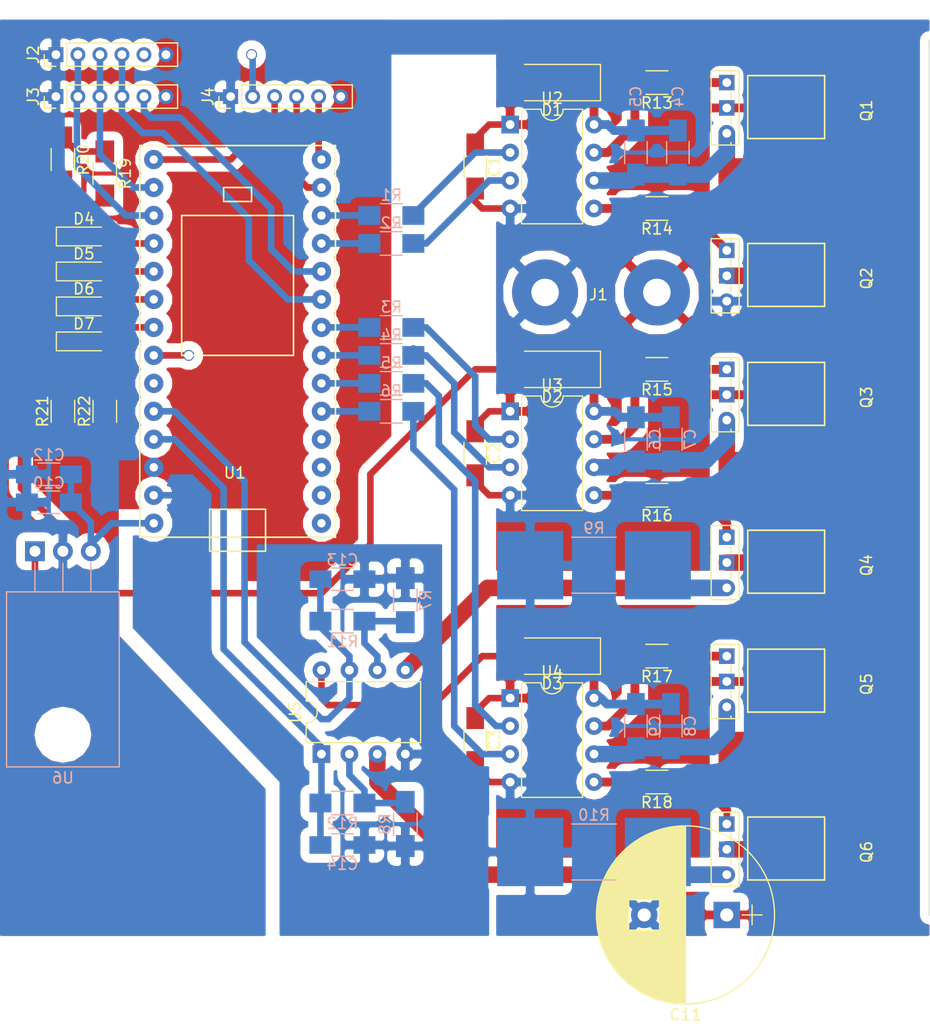
<source format=kicad_pcb>
(kicad_pcb (version 4) (host pcbnew 4.0.6-e0-6349~53~ubuntu16.04.1)
  (layers (0 F.Cu signal) (31 B.Cu signal) (34 B.Paste user) (35 F.Paste user) (36 B.SilkS user) (37 F.SilkS user) (38 B.Mask user) (39 F.Mask user) (44 Edge.Cuts user))
  (net 0 "")
  (net 1 VCC)
  (net 2 GND)
  (net 3 "Net-(C4-Pad1)")
  (net 4 "Net-(C4-Pad2)")
  (net 5 "Net-(C6-Pad1)")
  (net 6 "Net-(C6-Pad2)")
  (net 7 "Net-(C8-Pad1)")
  (net 8 "Net-(C8-Pad2)")
  (net 9 "Net-(C10-Pad1)")
  (net 10 "Net-(C13-Pad2)")
  (net 11 "Net-(C14-Pad1)")
  (net 12 "Net-(D4-Pad2)")
  (net 13 "Net-(D4-Pad1)")
  (net 14 "Net-(D5-Pad2)")
  (net 15 "Net-(D5-Pad1)")
  (net 16 "Net-(D6-Pad2)")
  (net 17 "Net-(D6-Pad1)")
  (net 18 "Net-(D7-Pad2)")
  (net 19 "Net-(D7-Pad1)")
  (net 20 CS2)
  (net 21 SCK2)
  (net 22 MOSI2)
  (net 23 "Net-(J2-Pad5)")
  (net 24 3v3)
  (net 25 MISO2)
  (net 26 CS1)
  (net 27 SCK1)
  (net 28 MOSI1)
  (net 29 MISO1)
  (net 30 "Net-(Q1-Pad1)")
  (net 31 "Net-(Q2-Pad1)")
  (net 32 "Net-(Q3-Pad1)")
  (net 33 "Net-(Q4-Pad1)")
  (net 34 "Net-(Q4-Pad3)")
  (net 35 "Net-(Q5-Pad1)")
  (net 36 "Net-(Q6-Pad1)")
  (net 37 "Net-(Q6-Pad3)")
  (net 38 "Net-(R1-Pad1)")
  (net 39 "Net-(R1-Pad2)")
  (net 40 "Net-(R2-Pad1)")
  (net 41 "Net-(R2-Pad2)")
  (net 42 "Net-(R3-Pad1)")
  (net 43 "Net-(R3-Pad2)")
  (net 44 "Net-(R4-Pad1)")
  (net 45 "Net-(R4-Pad2)")
  (net 46 "Net-(R5-Pad1)")
  (net 47 "Net-(R5-Pad2)")
  (net 48 "Net-(R6-Pad1)")
  (net 49 "Net-(R6-Pad2)")
  (net 50 "Net-(R11-Pad2)")
  (net 51 "Net-(R12-Pad2)")
  (net 52 "Net-(R13-Pad2)")
  (net 53 "Net-(R14-Pad2)")
  (net 54 "Net-(R15-Pad2)")
  (net 55 "Net-(R16-Pad2)")
  (net 56 "Net-(R17-Pad2)")
  (net 57 "Net-(R18-Pad2)")
  (net 58 "Net-(U1-Pad0)")
  (net 59 "Net-(U1-Pad1)")
  (net 60 "Net-(U1-Pad2)")
  (net 61 "Net-(U1-Pad21)")
  (module TO-251_IPAK_Vertical (layer F.Cu) (at 148.59 88.265 270)
    (fp_text reference Q2 (at 2.54 -12.7 270) (layer F.SilkS))
    (fp_text value Q_NMOS_GDS)
    (pad 1 thru_hole rect (at 0 0 270) (size 1.4 1.4) (drill 0.8) (layers *.Cu *.Mask) (net 31 "Net-(Q2-Pad1)"))
    (pad 2 thru_hole rect (at 2.3 0 270) (size 1.4 1.4) (drill 0.8) (layers *.Cu *.Mask) (net 3 "Net-(C4-Pad1)"))
    (pad 3 thru_hole oval (at 4.6 0 270) (size 1.4 1.4) (drill 0.8) (layers *.Cu *.Mask) (net 2 GND))
    (pad 2 smd rect (at 2.3 -6.5 270) (size 6.75 9.5) (layers F.Cu F.Paste F.Mask) (net 3 "Net-(C4-Pad1)"))
  )
  (module Capacitors_SMD:C_1206_HandSoldering (layer F.Cu) (at 125.73 80.645 270)
    (fp_text reference C1 (at 0 -1.75 270) (layer F.SilkS))
    (fp_text value 1uF)
    (pad 1 smd rect (at -2 0 270) (size 2 1.6) (layers F.Cu F.Paste F.Mask) (net 1 VCC))
    (pad 2 smd rect (at 2 0 270) (size 2 1.6) (layers F.Cu F.Paste F.Mask) (net 2 GND))
  )
  (module Capacitors_SMD:C_1206_HandSoldering (layer F.Cu) (at 125.73 106.68 270)
    (fp_text reference C2 (at 0 -1.75 270) (layer F.SilkS))
    (fp_text value 1uF)
    (pad 1 smd rect (at -2 0 270) (size 2 1.6) (layers F.Cu F.Paste F.Mask) (net 1 VCC))
    (pad 2 smd rect (at 2 0 270) (size 2 1.6) (layers F.Cu F.Paste F.Mask) (net 2 GND))
  )
  (module Capacitors_SMD:C_1206_HandSoldering (layer F.Cu) (at 125.73 132.715 270)
    (fp_text reference C3 (at 0 -1.75 270) (layer F.SilkS))
    (fp_text value 1uF)
    (pad 1 smd rect (at -2 0 270) (size 2 1.6) (layers F.Cu F.Paste F.Mask) (net 1 VCC))
    (pad 2 smd rect (at 2 0 270) (size 2 1.6) (layers F.Cu F.Paste F.Mask) (net 2 GND))
  )
  (module Capacitors_SMD:C_1206_HandSoldering (layer B.Cu) (at 144.145 79.375 90)
    (fp_text reference C4 (at 5.08 0 90) (layer B.SilkS) (effects (justify mirror)))
    (fp_text value 10uF)
    (pad 1 smd rect (at -2 0 90) (size 2 1.6) (layers B.Cu B.Paste B.Mask) (net 3 "Net-(C4-Pad1)"))
    (pad 2 smd rect (at 2 0 90) (size 2 1.6) (layers B.Cu B.Paste B.Mask) (net 4 "Net-(C4-Pad2)"))
  )
  (module Capacitors_SMD:C_1206_HandSoldering (layer B.Cu) (at 140.335 79.375 90)
    (fp_text reference C5 (at 5.08 0 90) (layer B.SilkS) (effects (justify mirror)))
    (fp_text value 0.1uF)
    (pad 1 smd rect (at -2 0 90) (size 2 1.6) (layers B.Cu B.Paste B.Mask) (net 3 "Net-(C4-Pad1)"))
    (pad 2 smd rect (at 2 0 90) (size 2 1.6) (layers B.Cu B.Paste B.Mask) (net 4 "Net-(C4-Pad2)"))
  )
  (module Capacitors_SMD:C_1206_HandSoldering (layer B.Cu) (at 140.335 105.41 90)
    (fp_text reference C6 (at 0 1.75 90) (layer B.SilkS) (effects (justify mirror)))
    (fp_text value 10uF)
    (pad 1 smd rect (at -2 0 90) (size 2 1.6) (layers B.Cu B.Paste B.Mask) (net 5 "Net-(C6-Pad1)"))
    (pad 2 smd rect (at 2 0 90) (size 2 1.6) (layers B.Cu B.Paste B.Mask) (net 6 "Net-(C6-Pad2)"))
  )
  (module Capacitors_SMD:C_1206_HandSoldering (layer B.Cu) (at 143.51 105.41 90)
    (fp_text reference C7 (at 0 1.75 90) (layer B.SilkS) (effects (justify mirror)))
    (fp_text value 0.1uF)
    (pad 1 smd rect (at -2 0 90) (size 2 1.6) (layers B.Cu B.Paste B.Mask) (net 5 "Net-(C6-Pad1)"))
    (pad 2 smd rect (at 2 0 90) (size 2 1.6) (layers B.Cu B.Paste B.Mask) (net 6 "Net-(C6-Pad2)"))
  )
  (module Capacitors_SMD:C_1206_HandSoldering (layer B.Cu) (at 143.51 131.445 90)
    (fp_text reference C8 (at 0 1.75 90) (layer B.SilkS) (effects (justify mirror)))
    (fp_text value 10uF)
    (pad 1 smd rect (at -2 0 90) (size 2 1.6) (layers B.Cu B.Paste B.Mask) (net 7 "Net-(C8-Pad1)"))
    (pad 2 smd rect (at 2 0 90) (size 2 1.6) (layers B.Cu B.Paste B.Mask) (net 8 "Net-(C8-Pad2)"))
  )
  (module Capacitors_SMD:C_1206_HandSoldering (layer B.Cu) (at 140.335 131.445 90)
    (fp_text reference C9 (at 0 1.75 90) (layer B.SilkS) (effects (justify mirror)))
    (fp_text value 0.1uF)
    (pad 1 smd rect (at -2 0 90) (size 2 1.6) (layers B.Cu B.Paste B.Mask) (net 7 "Net-(C8-Pad1)"))
    (pad 2 smd rect (at 2 0 90) (size 2 1.6) (layers B.Cu B.Paste B.Mask) (net 8 "Net-(C8-Pad2)"))
  )
  (module Capacitors_SMD:C_1206_HandSoldering (layer B.Cu) (at 86.995 111.125 180)
    (fp_text reference C10 (at 0 1.75 180) (layer B.SilkS) (effects (justify mirror)))
    (fp_text value 1uF)
    (pad 1 smd rect (at -2 0 180) (size 2 1.6) (layers B.Cu B.Paste B.Mask) (net 9 "Net-(C10-Pad1)"))
    (pad 2 smd rect (at 2 0 180) (size 2 1.6) (layers B.Cu B.Paste B.Mask) (net 2 GND))
  )
  (module Capacitors_THT:CP_Radial_D16.0mm_P7.50mm (layer F.Cu) (at 148.59 148.59 180)
    (fp_text reference C11 (at 3.75 -9.06 180) (layer F.SilkS))
    (fp_text value 2000uF)
    (pad 1 thru_hole rect (at 0 0 180) (size 2.4 2.4) (drill 1.2) (layers *.Cu *.Mask) (net 1 VCC))
    (pad 2 thru_hole circle (at 7.5 0 180) (size 2.4 2.4) (drill 1.2) (layers *.Cu *.Mask) (net 2 GND))
  )
  (module Capacitors_SMD:C_1206_HandSoldering (layer B.Cu) (at 86.995 108.585 180)
    (fp_text reference C12 (at 0 1.75 180) (layer B.SilkS) (effects (justify mirror)))
    (fp_text value 1uF)
    (pad 1 smd rect (at -2 0 180) (size 2 1.6) (layers B.Cu B.Paste B.Mask) (net 9 "Net-(C10-Pad1)"))
    (pad 2 smd rect (at 2 0 180) (size 2 1.6) (layers B.Cu B.Paste B.Mask) (net 2 GND))
  )
  (module Capacitors_SMD:C_1206_HandSoldering (layer B.Cu) (at 113.665 118.11 180)
    (fp_text reference C13 (at 0 1.75 180) (layer B.SilkS) (effects (justify mirror)))
    (fp_text value 0.1uF)
    (pad 1 smd rect (at -2 0 180) (size 2 1.6) (layers B.Cu B.Paste B.Mask) (net 2 GND))
    (pad 2 smd rect (at 2 0 180) (size 2 1.6) (layers B.Cu B.Paste B.Mask) (net 10 "Net-(C13-Pad2)"))
  )
  (module Capacitors_SMD:C_1206_HandSoldering (layer B.Cu) (at 113.665 142.24)
    (fp_text reference C14 (at 0 1.75) (layer B.SilkS) (effects (justify mirror)))
    (fp_text value 0.1uF)
    (pad 1 smd rect (at -2 0) (size 2 1.6) (layers B.Cu B.Paste B.Mask) (net 11 "Net-(C14-Pad1)"))
    (pad 2 smd rect (at 2 0) (size 2 1.6) (layers B.Cu B.Paste B.Mask) (net 2 GND))
  )
  (module Diodes_SMD:D_SMA_Handsoldering (layer F.Cu) (at 132.715 73.025 180)
    (fp_text reference D1 (at 0 -2.5 180) (layer F.SilkS))
    (fp_text value 1N4001)
    (pad 1 smd rect (at -2.5 0 180) (size 3.5 1.8) (layers F.Cu F.Paste F.Mask) (net 4 "Net-(C4-Pad2)"))
    (pad 2 smd rect (at 2.5 0 180) (size 3.5 1.8) (layers F.Cu F.Paste F.Mask) (net 1 VCC))
  )
  (module Diodes_SMD:D_SMA_Handsoldering (layer F.Cu) (at 132.715 99.06 180)
    (fp_text reference D2 (at 0 -2.5 180) (layer F.SilkS))
    (fp_text value 1N4001)
    (pad 1 smd rect (at -2.5 0 180) (size 3.5 1.8) (layers F.Cu F.Paste F.Mask) (net 6 "Net-(C6-Pad2)"))
    (pad 2 smd rect (at 2.5 0 180) (size 3.5 1.8) (layers F.Cu F.Paste F.Mask) (net 1 VCC))
  )
  (module Diodes_SMD:D_SMA_Handsoldering (layer F.Cu) (at 132.715 125.095 180)
    (fp_text reference D3 (at 0 -2.5 180) (layer F.SilkS))
    (fp_text value 1N4001)
    (pad 1 smd rect (at -2.5 0 180) (size 3.5 1.8) (layers F.Cu F.Paste F.Mask) (net 8 "Net-(C8-Pad2)"))
    (pad 2 smd rect (at 2.5 0 180) (size 3.5 1.8) (layers F.Cu F.Paste F.Mask) (net 1 VCC))
  )
  (module LEDs:LED_1206 (layer F.Cu) (at 90.17 86.995)
    (fp_text reference D4 (at 0 -1.6) (layer F.SilkS))
    (fp_text value LED)
    (pad 2 smd rect (at 1.65 0 180) (size 1.5 1.5) (layers F.Cu F.Paste F.Mask) (net 12 "Net-(D4-Pad2)"))
    (pad 1 smd rect (at -1.65 0 180) (size 1.5 1.5) (layers F.Cu F.Paste F.Mask) (net 13 "Net-(D4-Pad1)"))
  )
  (module LEDs:LED_1206 (layer F.Cu) (at 90.17 90.17)
    (fp_text reference D5 (at 0 -1.6) (layer F.SilkS))
    (fp_text value LED)
    (pad 2 smd rect (at 1.65 0 180) (size 1.5 1.5) (layers F.Cu F.Paste F.Mask) (net 14 "Net-(D5-Pad2)"))
    (pad 1 smd rect (at -1.65 0 180) (size 1.5 1.5) (layers F.Cu F.Paste F.Mask) (net 15 "Net-(D5-Pad1)"))
  )
  (module LEDs:LED_1206 (layer F.Cu) (at 90.17 93.345)
    (fp_text reference D6 (at 0 -1.6) (layer F.SilkS))
    (fp_text value LED)
    (pad 2 smd rect (at 1.65 0 180) (size 1.5 1.5) (layers F.Cu F.Paste F.Mask) (net 16 "Net-(D6-Pad2)"))
    (pad 1 smd rect (at -1.65 0 180) (size 1.5 1.5) (layers F.Cu F.Paste F.Mask) (net 17 "Net-(D6-Pad1)"))
  )
  (module LEDs:LED_1206 (layer F.Cu) (at 90.17 96.52)
    (fp_text reference D7 (at 0 -1.6) (layer F.SilkS))
    (fp_text value LED)
    (pad 2 smd rect (at 1.65 0 180) (size 1.5 1.5) (layers F.Cu F.Paste F.Mask) (net 18 "Net-(D7-Pad2)"))
    (pad 1 smd rect (at -1.65 0 180) (size 1.5 1.5) (layers F.Cu F.Paste F.Mask) (net 19 "Net-(D7-Pad1)"))
  )
  (module Wire_Connections_Bridges:WireConnection_2.50mmDrill_LargePad (layer F.Cu) (at 132.08 92.075)
    (fp_text reference J1 (at 4.8514 0.2032) (layer F.SilkS))
    (fp_text value CONN_01X02)
    (pad 1 thru_hole circle (at 0 0) (size 5.99948 5.99948) (drill 2.49936) (layers *.Cu *.Mask) (net 2 GND))
    (pad 2 thru_hole circle (at 10.16 0) (size 5.99948 5.99948) (drill 2.49936) (layers *.Cu *.Mask) (net 1 VCC))
  )
  (module Pin_Headers:Pin_Header_Straight_1x06_Pitch2.00mm (layer F.Cu) (at 87.63 70.485 90)
    (fp_text reference J2 (at 0 -2.06 90) (layer F.SilkS))
    (fp_text value CONN_01X06)
    (pad 1 thru_hole rect (at 0 0 90) (size 1.35 1.35) (drill 0.8) (layers *.Cu *.Mask) (net 2 GND))
    (pad 2 thru_hole oval (at 0 2 90) (size 1.35 1.35) (drill 0.8) (layers *.Cu *.Mask) (net 20 CS2))
    (pad 3 thru_hole oval (at 0 4 90) (size 1.35 1.35) (drill 0.8) (layers *.Cu *.Mask) (net 21 SCK2))
    (pad 4 thru_hole oval (at 0 6 90) (size 1.35 1.35) (drill 0.8) (layers *.Cu *.Mask) (net 22 MOSI2))
    (pad 5 thru_hole oval (at 0 8 90) (size 1.35 1.35) (drill 0.8) (layers *.Cu *.Mask) (net 23 "Net-(J2-Pad5)"))
    (pad 6 thru_hole oval (at 0 10 90) (size 1.35 1.35) (drill 0.8) (layers *.Cu *.Mask) (net 24 3v3))
  )
  (module Pin_Headers:Pin_Header_Straight_1x06_Pitch2.00mm (layer F.Cu) (at 87.63 74.295 90)
    (fp_text reference J3 (at 0 -2.06 90) (layer F.SilkS))
    (fp_text value CONN_01X06)
    (pad 1 thru_hole rect (at 0 0 90) (size 1.35 1.35) (drill 0.8) (layers *.Cu *.Mask) (net 2 GND))
    (pad 2 thru_hole oval (at 0 2 90) (size 1.35 1.35) (drill 0.8) (layers *.Cu *.Mask) (net 20 CS2))
    (pad 3 thru_hole oval (at 0 4 90) (size 1.35 1.35) (drill 0.8) (layers *.Cu *.Mask) (net 21 SCK2))
    (pad 4 thru_hole oval (at 0 6 90) (size 1.35 1.35) (drill 0.8) (layers *.Cu *.Mask) (net 22 MOSI2))
    (pad 5 thru_hole oval (at 0 8 90) (size 1.35 1.35) (drill 0.8) (layers *.Cu *.Mask) (net 25 MISO2))
    (pad 6 thru_hole oval (at 0 10 90) (size 1.35 1.35) (drill 0.8) (layers *.Cu *.Mask) (net 24 3v3))
  )
  (module Pin_Headers:Pin_Header_Straight_1x06_Pitch2.00mm (layer F.Cu) (at 103.505 74.295 90)
    (fp_text reference J4 (at 0 -2.06 90) (layer F.SilkS))
    (fp_text value CONN_01X06)
    (pad 1 thru_hole rect (at 0 0 90) (size 1.35 1.35) (drill 0.8) (layers *.Cu *.Mask) (net 2 GND))
    (pad 2 thru_hole oval (at 0 2 90) (size 1.35 1.35) (drill 0.8) (layers *.Cu *.Mask) (net 26 CS1))
    (pad 3 thru_hole oval (at 0 4 90) (size 1.35 1.35) (drill 0.8) (layers *.Cu *.Mask) (net 27 SCK1))
    (pad 4 thru_hole oval (at 0 6 90) (size 1.35 1.35) (drill 0.8) (layers *.Cu *.Mask) (net 28 MOSI1))
    (pad 5 thru_hole oval (at 0 8 90) (size 1.35 1.35) (drill 0.8) (layers *.Cu *.Mask) (net 29 MISO1))
    (pad 6 thru_hole oval (at 0 10 90) (size 1.35 1.35) (drill 0.8) (layers *.Cu *.Mask) (net 24 3v3))
  )
  (module Resistors_SMD:R_1206_HandSoldering (layer B.Cu) (at 118.11 85.09 180)
    (fp_text reference R1 (at 0 1.85 180) (layer B.SilkS) (effects (justify mirror)))
    (fp_text value 470R)
    (pad 1 smd rect (at -2 0 180) (size 2 1.7) (layers B.Cu B.Paste B.Mask) (net 38 "Net-(R1-Pad1)"))
    (pad 2 smd rect (at 2 0 180) (size 2 1.7) (layers B.Cu B.Paste B.Mask) (net 39 "Net-(R1-Pad2)"))
  )
  (module Resistors_SMD:R_1206_HandSoldering (layer B.Cu) (at 118.11 87.63 180)
    (fp_text reference R2 (at 0 1.85 180) (layer B.SilkS) (effects (justify mirror)))
    (fp_text value 470R)
    (pad 1 smd rect (at -2 0 180) (size 2 1.7) (layers B.Cu B.Paste B.Mask) (net 40 "Net-(R2-Pad1)"))
    (pad 2 smd rect (at 2 0 180) (size 2 1.7) (layers B.Cu B.Paste B.Mask) (net 41 "Net-(R2-Pad2)"))
  )
  (module Resistors_SMD:R_1206_HandSoldering (layer B.Cu) (at 118.11 95.25 180)
    (fp_text reference R3 (at 0 1.85 180) (layer B.SilkS) (effects (justify mirror)))
    (fp_text value 470R)
    (pad 1 smd rect (at -2 0 180) (size 2 1.7) (layers B.Cu B.Paste B.Mask) (net 42 "Net-(R3-Pad1)"))
    (pad 2 smd rect (at 2 0 180) (size 2 1.7) (layers B.Cu B.Paste B.Mask) (net 43 "Net-(R3-Pad2)"))
  )
  (module Resistors_SMD:R_1206_HandSoldering (layer B.Cu) (at 118.11 97.79 180)
    (fp_text reference R4 (at 0 1.85 180) (layer B.SilkS) (effects (justify mirror)))
    (fp_text value 470R)
    (pad 1 smd rect (at -2 0 180) (size 2 1.7) (layers B.Cu B.Paste B.Mask) (net 44 "Net-(R4-Pad1)"))
    (pad 2 smd rect (at 2 0 180) (size 2 1.7) (layers B.Cu B.Paste B.Mask) (net 45 "Net-(R4-Pad2)"))
  )
  (module Resistors_SMD:R_1206_HandSoldering (layer B.Cu) (at 118.11 100.33 180)
    (fp_text reference R5 (at 0 1.85 180) (layer B.SilkS) (effects (justify mirror)))
    (fp_text value 470R)
    (pad 1 smd rect (at -2 0 180) (size 2 1.7) (layers B.Cu B.Paste B.Mask) (net 46 "Net-(R5-Pad1)"))
    (pad 2 smd rect (at 2 0 180) (size 2 1.7) (layers B.Cu B.Paste B.Mask) (net 47 "Net-(R5-Pad2)"))
  )
  (module Resistors_SMD:R_1206_HandSoldering (layer B.Cu) (at 118.11 102.87 180)
    (fp_text reference R6 (at 0 1.85 180) (layer B.SilkS) (effects (justify mirror)))
    (fp_text value 470R)
    (pad 1 smd rect (at -2 0 180) (size 2 1.7) (layers B.Cu B.Paste B.Mask) (net 48 "Net-(R6-Pad1)"))
    (pad 2 smd rect (at 2 0 180) (size 2 1.7) (layers B.Cu B.Paste B.Mask) (net 49 "Net-(R6-Pad2)"))
  )
  (module Resistors_SMD:R_1206_HandSoldering (layer B.Cu) (at 119.38 120.015 90)
    (fp_text reference R7 (at 0 1.85 90) (layer B.SilkS) (effects (justify mirror)))
    (fp_text value 12k)
    (pad 1 smd rect (at -2 0 90) (size 2 1.7) (layers B.Cu B.Paste B.Mask) (net 50 "Net-(R11-Pad2)"))
    (pad 2 smd rect (at 2 0 90) (size 2 1.7) (layers B.Cu B.Paste B.Mask) (net 2 GND))
  )
  (module Resistors_SMD:R_1206_HandSoldering (layer B.Cu) (at 119.38 140.335 270)
    (fp_text reference R8 (at 0 1.85 270) (layer B.SilkS) (effects (justify mirror)))
    (fp_text value 12k)
    (pad 1 smd rect (at -2 0 270) (size 2 1.7) (layers B.Cu B.Paste B.Mask) (net 51 "Net-(R12-Pad2)"))
    (pad 2 smd rect (at 2 0 270) (size 2 1.7) (layers B.Cu B.Paste B.Mask) (net 2 GND))
  )
  (module R_SHUNT_3920:R_2816_HandSoldering (layer B.Cu) (at 136.525 116.84 180)
    (fp_text reference R9 (at 0 3.36 180) (layer B.SilkS) (effects (justify mirror)))
    (fp_text value .001)
    (pad 1 smd rect (at -5.8 0 180) (size 6 6.2) (layers B.Cu B.Paste B.Mask) (net 34 "Net-(Q4-Pad3)"))
    (pad 2 smd rect (at 5.8 0 180) (size 6 6.2) (layers B.Cu B.Paste B.Mask) (net 2 GND))
  )
  (module R_SHUNT_3920:R_2816_HandSoldering (layer B.Cu) (at 136.525 142.875 180)
    (fp_text reference R10 (at 0 3.36 180) (layer B.SilkS) (effects (justify mirror)))
    (fp_text value .001)
    (pad 1 smd rect (at -5.8 0 180) (size 6 6.2) (layers B.Cu B.Paste B.Mask) (net 37 "Net-(Q6-Pad3)"))
    (pad 2 smd rect (at 5.8 0 180) (size 6 6.2) (layers B.Cu B.Paste B.Mask) (net 2 GND))
  )
  (module Resistors_SMD:R_1206_HandSoldering (layer B.Cu) (at 113.665 121.92)
    (fp_text reference R11 (at 0 1.85) (layer B.SilkS) (effects (justify mirror)))
    (fp_text value 470k)
    (pad 1 smd rect (at -2 0) (size 2 1.7) (layers B.Cu B.Paste B.Mask) (net 10 "Net-(C13-Pad2)"))
    (pad 2 smd rect (at 2 0) (size 2 1.7) (layers B.Cu B.Paste B.Mask) (net 50 "Net-(R11-Pad2)"))
  )
  (module Resistors_SMD:R_1206_HandSoldering (layer B.Cu) (at 113.665 138.43)
    (fp_text reference R12 (at 0 1.85) (layer B.SilkS) (effects (justify mirror)))
    (fp_text value 470k)
    (pad 1 smd rect (at -2 0) (size 2 1.7) (layers B.Cu B.Paste B.Mask) (net 11 "Net-(C14-Pad1)"))
    (pad 2 smd rect (at 2 0) (size 2 1.7) (layers B.Cu B.Paste B.Mask) (net 51 "Net-(R12-Pad2)"))
  )
  (module Resistors_SMD:R_1206_HandSoldering (layer F.Cu) (at 142.24 73.025 180)
    (fp_text reference R13 (at 0 -1.85 180) (layer F.SilkS))
    (fp_text value 47R)
    (pad 1 smd rect (at -2 0 180) (size 2 1.7) (layers F.Cu F.Paste F.Mask) (net 30 "Net-(Q1-Pad1)"))
    (pad 2 smd rect (at 2 0 180) (size 2 1.7) (layers F.Cu F.Paste F.Mask) (net 52 "Net-(R13-Pad2)"))
  )
  (module Resistors_SMD:R_1206_HandSoldering (layer F.Cu) (at 142.24 84.455 180)
    (fp_text reference R14 (at 0 -1.85 180) (layer F.SilkS))
    (fp_text value 47R)
    (pad 1 smd rect (at -2 0 180) (size 2 1.7) (layers F.Cu F.Paste F.Mask) (net 31 "Net-(Q2-Pad1)"))
    (pad 2 smd rect (at 2 0 180) (size 2 1.7) (layers F.Cu F.Paste F.Mask) (net 53 "Net-(R14-Pad2)"))
  )
  (module Resistors_SMD:R_1206_HandSoldering (layer F.Cu) (at 142.24 99.06 180)
    (fp_text reference R15 (at 0 -1.85 180) (layer F.SilkS))
    (fp_text value 47R)
    (pad 1 smd rect (at -2 0 180) (size 2 1.7) (layers F.Cu F.Paste F.Mask) (net 32 "Net-(Q3-Pad1)"))
    (pad 2 smd rect (at 2 0 180) (size 2 1.7) (layers F.Cu F.Paste F.Mask) (net 54 "Net-(R15-Pad2)"))
  )
  (module Resistors_SMD:R_1206_HandSoldering (layer F.Cu) (at 142.24 110.49 180)
    (fp_text reference R16 (at 0 -1.85 180) (layer F.SilkS))
    (fp_text value 47R)
    (pad 1 smd rect (at -2 0 180) (size 2 1.7) (layers F.Cu F.Paste F.Mask) (net 33 "Net-(Q4-Pad1)"))
    (pad 2 smd rect (at 2 0 180) (size 2 1.7) (layers F.Cu F.Paste F.Mask) (net 55 "Net-(R16-Pad2)"))
  )
  (module Resistors_SMD:R_1206_HandSoldering (layer F.Cu) (at 142.24 125.095 180)
    (fp_text reference R17 (at 0 -1.85 180) (layer F.SilkS))
    (fp_text value 47R)
    (pad 1 smd rect (at -2 0 180) (size 2 1.7) (layers F.Cu F.Paste F.Mask) (net 35 "Net-(Q5-Pad1)"))
    (pad 2 smd rect (at 2 0 180) (size 2 1.7) (layers F.Cu F.Paste F.Mask) (net 56 "Net-(R17-Pad2)"))
  )
  (module Resistors_SMD:R_1206_HandSoldering (layer F.Cu) (at 142.24 136.525 180)
    (fp_text reference R18 (at 0 -1.85 180) (layer F.SilkS))
    (fp_text value 47R)
    (pad 1 smd rect (at -2 0 180) (size 2 1.7) (layers F.Cu F.Paste F.Mask) (net 36 "Net-(Q6-Pad1)"))
    (pad 2 smd rect (at 2 0 180) (size 2 1.7) (layers F.Cu F.Paste F.Mask) (net 57 "Net-(R18-Pad2)"))
  )
  (module Resistors_SMD:R_1206_HandSoldering (layer F.Cu) (at 92.075 81.28 270)
    (fp_text reference R19 (at 0 -1.85 270) (layer F.SilkS))
    (fp_text value 4K7)
    (pad 1 smd rect (at -2 0 270) (size 2 1.7) (layers F.Cu F.Paste F.Mask) (net 2 GND))
    (pad 2 smd rect (at 2 0 270) (size 2 1.7) (layers F.Cu F.Paste F.Mask) (net 13 "Net-(D4-Pad1)"))
  )
  (module Resistors_SMD:R_1206_HandSoldering (layer F.Cu) (at 88.265 80.01 270)
    (fp_text reference R20 (at 0 -1.85 270) (layer F.SilkS))
    (fp_text value 4K7)
    (pad 1 smd rect (at -2 0 270) (size 2 1.7) (layers F.Cu F.Paste F.Mask) (net 2 GND))
    (pad 2 smd rect (at 2 0 270) (size 2 1.7) (layers F.Cu F.Paste F.Mask) (net 15 "Net-(D5-Pad1)"))
  )
  (module Resistors_SMD:R_1206_HandSoldering (layer F.Cu) (at 88.265 102.87 90)
    (fp_text reference R21 (at 0 -1.85 90) (layer F.SilkS))
    (fp_text value 4K7)
    (pad 1 smd rect (at -2 0 90) (size 2 1.7) (layers F.Cu F.Paste F.Mask) (net 2 GND))
    (pad 2 smd rect (at 2 0 90) (size 2 1.7) (layers F.Cu F.Paste F.Mask) (net 17 "Net-(D6-Pad1)"))
  )
  (module Resistors_SMD:R_1206_HandSoldering (layer F.Cu) (at 92.075 102.87 90)
    (fp_text reference R22 (at 0 -1.85 90) (layer F.SilkS))
    (fp_text value 4K7)
    (pad 1 smd rect (at -2 0 90) (size 2 1.7) (layers F.Cu F.Paste F.Mask) (net 2 GND))
    (pad 2 smd rect (at 2 0 90) (size 2 1.7) (layers F.Cu F.Paste F.Mask) (net 19 "Net-(D7-Pad1)"))
  )
  (module teensy_3-2_bottomLess:Teensy3.2-bottomLess (layer F.Cu) (at 104.14 97.79 180)
    (fp_text reference U1 (at 0.254 -10.668 180) (layer F.SilkS))
    (fp_text value teensy_3-2)
    (pad 0 thru_hole circle (at -7.62 -12.7 180) (size 1.75 1.75) (drill 0.762) (layers *.Cu *.Mask) (net 58 "Net-(U1-Pad0)"))
    (pad 1 thru_hole circle (at -7.62 -10.16 180) (size 1.75 1.75) (drill 0.762) (layers *.Cu *.Mask) (net 59 "Net-(U1-Pad1)"))
    (pad 2 thru_hole circle (at -7.62 -7.62 180) (size 1.75 1.75) (drill 0.762) (layers *.Cu *.Mask) (net 60 "Net-(U1-Pad2)"))
    (pad 3 thru_hole circle (at -7.62 -5.08 180) (size 1.75 1.75) (drill 0.762) (layers *.Cu *.Mask) (net 49 "Net-(R6-Pad2)"))
    (pad 4 thru_hole circle (at -7.62 -2.54 180) (size 1.75 1.75) (drill 0.762) (layers *.Cu *.Mask) (net 47 "Net-(R5-Pad2)"))
    (pad 5 thru_hole circle (at -7.62 0 180) (size 1.75 1.75) (drill 0.762) (layers *.Cu *.Mask) (net 45 "Net-(R4-Pad2)"))
    (pad 6 thru_hole circle (at -7.62 2.54 180) (size 1.75 1.75) (drill 0.762) (layers *.Cu *.Mask) (net 43 "Net-(R3-Pad2)"))
    (pad 7 thru_hole circle (at -7.62 5.08 180) (size 1.75 1.75) (drill 0.762) (layers *.Cu *.Mask) (net 22 MOSI2))
    (pad 8 thru_hole circle (at -7.62 7.62 180) (size 1.75 1.75) (drill 0.762) (layers *.Cu *.Mask) (net 25 MISO2))
    (pad 9 thru_hole circle (at -7.62 10.16 180) (size 1.75 1.75) (drill 0.762) (layers *.Cu *.Mask) (net 41 "Net-(R2-Pad2)"))
    (pad 10 thru_hole circle (at -7.62 12.7 180) (size 1.75 1.75) (drill 0.762) (layers *.Cu *.Mask) (net 39 "Net-(R1-Pad2)"))
    (pad 11 thru_hole circle (at -7.62 15.24 180) (size 1.75 1.75) (drill 0.762) (layers *.Cu *.Mask) (net 28 MOSI1))
    (pad 12 thru_hole circle (at -7.62 17.78 180) (size 1.75 1.75) (drill 0.762) (layers *.Cu *.Mask) (net 29 MISO1))
    (pad 13 thru_hole circle (at 7.62 17.78 180) (size 1.75 1.75) (drill 0.762) (layers *.Cu *.Mask) (net 27 SCK1))
    (pad 14 thru_hole circle (at 7.62 15.24 180) (size 1.75 1.75) (drill 0.762) (layers *.Cu *.Mask) (net 21 SCK2))
    (pad 15 thru_hole circle (at 7.62 12.7 180) (size 1.75 1.75) (drill 0.762) (layers *.Cu *.Mask) (net 20 CS2))
    (pad 16 thru_hole circle (at 7.62 10.16 180) (size 1.75 1.75) (drill 0.762) (layers *.Cu *.Mask) (net 12 "Net-(D4-Pad2)"))
    (pad 17 thru_hole circle (at 7.62 7.62 180) (size 1.75 1.75) (drill 0.762) (layers *.Cu *.Mask) (net 14 "Net-(D5-Pad2)"))
    (pad 18 thru_hole circle (at 7.62 5.08 180) (size 1.75 1.75) (drill 0.762) (layers *.Cu *.Mask) (net 16 "Net-(D6-Pad2)"))
    (pad 19 thru_hole circle (at 7.62 2.54 180) (size 1.75 1.75) (drill 0.762) (layers *.Cu *.Mask) (net 18 "Net-(D7-Pad2)"))
    (pad 20 thru_hole circle (at 7.62 0 180) (size 1.75 1.75) (drill 0.762) (layers *.Cu *.Mask) (net 26 CS1))
    (pad 21 thru_hole circle (at 7.62 -2.54 180) (size 1.75 1.75) (drill 0.762) (layers *.Cu *.Mask) (net 61 "Net-(U1-Pad21)"))
    (pad 22 thru_hole circle (at 7.62 -5.08 180) (size 1.75 1.75) (drill 0.762) (layers *.Cu *.Mask) (net 10 "Net-(C13-Pad2)"))
    (pad 23 thru_hole circle (at 7.62 -7.62 180) (size 1.75 1.75) (drill 0.762) (layers *.Cu *.Mask) (net 11 "Net-(C14-Pad1)"))
    (pad 24 thru_hole circle (at 7.62 -10.16 180) (size 1.75 1.75) (drill 0.762) (layers *.Cu *.Mask) (net 24 3v3))
    (pad 25 thru_hole circle (at 7.62 -12.7 180) (size 1.75 1.75) (drill 0.762) (layers *.Cu *.Mask) (net 2 GND))
    (pad 26 thru_hole circle (at 7.62 -15.24 180) (size 1.75 1.75) (drill 0.762) (layers *.Cu *.Mask) (net 9 "Net-(C10-Pad1)"))
    (pad 27 thru_hole circle (at -7.62 -15.24 180) (size 1.75 1.75) (drill 0.762) (layers *.Cu *.Mask) (net 2 GND))
  )
  (module Housings_DIP:DIP-8_W7.62mm (layer F.Cu) (at 128.905 76.835)
    (fp_text reference U2 (at 3.81 -2.39) (layer F.SilkS))
    (fp_text value IR2101)
    (pad 1 thru_hole rect (at 0 0) (size 1.6 1.6) (drill 0.8) (layers *.Cu *.Mask) (net 1 VCC))
    (pad 5 thru_hole oval (at 7.62 7.62) (size 1.6 1.6) (drill 0.8) (layers *.Cu *.Mask) (net 53 "Net-(R14-Pad2)"))
    (pad 2 thru_hole oval (at 0 2.54) (size 1.6 1.6) (drill 0.8) (layers *.Cu *.Mask) (net 38 "Net-(R1-Pad1)"))
    (pad 6 thru_hole oval (at 7.62 5.08) (size 1.6 1.6) (drill 0.8) (layers *.Cu *.Mask) (net 3 "Net-(C4-Pad1)"))
    (pad 3 thru_hole oval (at 0 5.08) (size 1.6 1.6) (drill 0.8) (layers *.Cu *.Mask) (net 40 "Net-(R2-Pad1)"))
    (pad 7 thru_hole oval (at 7.62 2.54) (size 1.6 1.6) (drill 0.8) (layers *.Cu *.Mask) (net 52 "Net-(R13-Pad2)"))
    (pad 4 thru_hole oval (at 0 7.62) (size 1.6 1.6) (drill 0.8) (layers *.Cu *.Mask) (net 2 GND))
    (pad 8 thru_hole oval (at 7.62 0) (size 1.6 1.6) (drill 0.8) (layers *.Cu *.Mask) (net 4 "Net-(C4-Pad2)"))
  )
  (module Housings_DIP:DIP-8_W7.62mm (layer F.Cu) (at 128.905 102.87)
    (fp_text reference U3 (at 3.81 -2.39) (layer F.SilkS))
    (fp_text value IR2101)
    (pad 1 thru_hole rect (at 0 0) (size 1.6 1.6) (drill 0.8) (layers *.Cu *.Mask) (net 1 VCC))
    (pad 5 thru_hole oval (at 7.62 7.62) (size 1.6 1.6) (drill 0.8) (layers *.Cu *.Mask) (net 55 "Net-(R16-Pad2)"))
    (pad 2 thru_hole oval (at 0 2.54) (size 1.6 1.6) (drill 0.8) (layers *.Cu *.Mask) (net 42 "Net-(R3-Pad1)"))
    (pad 6 thru_hole oval (at 7.62 5.08) (size 1.6 1.6) (drill 0.8) (layers *.Cu *.Mask) (net 5 "Net-(C6-Pad1)"))
    (pad 3 thru_hole oval (at 0 5.08) (size 1.6 1.6) (drill 0.8) (layers *.Cu *.Mask) (net 44 "Net-(R4-Pad1)"))
    (pad 7 thru_hole oval (at 7.62 2.54) (size 1.6 1.6) (drill 0.8) (layers *.Cu *.Mask) (net 54 "Net-(R15-Pad2)"))
    (pad 4 thru_hole oval (at 0 7.62) (size 1.6 1.6) (drill 0.8) (layers *.Cu *.Mask) (net 2 GND))
    (pad 8 thru_hole oval (at 7.62 0) (size 1.6 1.6) (drill 0.8) (layers *.Cu *.Mask) (net 6 "Net-(C6-Pad2)"))
  )
  (module Housings_DIP:DIP-8_W7.62mm (layer F.Cu) (at 128.905 128.905)
    (fp_text reference U4 (at 3.81 -2.39) (layer F.SilkS))
    (fp_text value IR2101)
    (pad 1 thru_hole rect (at 0 0) (size 1.6 1.6) (drill 0.8) (layers *.Cu *.Mask) (net 1 VCC))
    (pad 5 thru_hole oval (at 7.62 7.62) (size 1.6 1.6) (drill 0.8) (layers *.Cu *.Mask) (net 57 "Net-(R18-Pad2)"))
    (pad 2 thru_hole oval (at 0 2.54) (size 1.6 1.6) (drill 0.8) (layers *.Cu *.Mask) (net 46 "Net-(R5-Pad1)"))
    (pad 6 thru_hole oval (at 7.62 5.08) (size 1.6 1.6) (drill 0.8) (layers *.Cu *.Mask) (net 7 "Net-(C8-Pad1)"))
    (pad 3 thru_hole oval (at 0 5.08) (size 1.6 1.6) (drill 0.8) (layers *.Cu *.Mask) (net 48 "Net-(R6-Pad1)"))
    (pad 7 thru_hole oval (at 7.62 2.54) (size 1.6 1.6) (drill 0.8) (layers *.Cu *.Mask) (net 56 "Net-(R17-Pad2)"))
    (pad 4 thru_hole oval (at 0 7.62) (size 1.6 1.6) (drill 0.8) (layers *.Cu *.Mask) (net 2 GND))
    (pad 8 thru_hole oval (at 7.62 0) (size 1.6 1.6) (drill 0.8) (layers *.Cu *.Mask) (net 8 "Net-(C8-Pad2)"))
  )
  (module Housings_DIP:DIP-8_W7.62mm (layer F.Cu) (at 111.76 133.985 90)
    (fp_text reference U5 (at 3.81 -2.39 90) (layer F.SilkS))
    (fp_text value LM358N)
    (pad 1 thru_hole rect (at 0 0 90) (size 1.6 1.6) (drill 0.8) (layers *.Cu *.Mask) (net 11 "Net-(C14-Pad1)"))
    (pad 5 thru_hole oval (at 7.62 7.62 90) (size 1.6 1.6) (drill 0.8) (layers *.Cu *.Mask) (net 34 "Net-(Q4-Pad3)"))
    (pad 2 thru_hole oval (at 0 2.54 90) (size 1.6 1.6) (drill 0.8) (layers *.Cu *.Mask) (net 51 "Net-(R12-Pad2)"))
    (pad 6 thru_hole oval (at 7.62 5.08 90) (size 1.6 1.6) (drill 0.8) (layers *.Cu *.Mask) (net 50 "Net-(R11-Pad2)"))
    (pad 3 thru_hole oval (at 0 5.08 90) (size 1.6 1.6) (drill 0.8) (layers *.Cu *.Mask) (net 37 "Net-(Q6-Pad3)"))
    (pad 7 thru_hole oval (at 7.62 2.54 90) (size 1.6 1.6) (drill 0.8) (layers *.Cu *.Mask) (net 10 "Net-(C13-Pad2)"))
    (pad 4 thru_hole oval (at 0 7.62 90) (size 1.6 1.6) (drill 0.8) (layers *.Cu *.Mask) (net 2 GND))
    (pad 8 thru_hole oval (at 7.62 0 90) (size 1.6 1.6) (drill 0.8) (layers *.Cu *.Mask) (net 1 VCC))
  )
  (module TO_SOT_Packages_THT:TO-220_Horizontal (layer B.Cu) (at 85.725 115.57)
    (fp_text reference U6 (at 2.54 20.58) (layer B.SilkS) (effects (justify mirror)))
    (fp_text value LM7805)
    (pad 0 np_thru_hole oval (at 2.54 16.66) (size 3.5 3.5) (drill 3.5) (layers *.Cu *.Mask))
    (pad 1 thru_hole rect (at 0 0) (size 1.8 1.8) (drill 1) (layers *.Cu *.Mask) (net 1 VCC))
    (pad 2 thru_hole oval (at 2.54 0) (size 1.8 1.8) (drill 1) (layers *.Cu *.Mask) (net 2 GND))
    (pad 3 thru_hole oval (at 5.08 0) (size 1.8 1.8) (drill 1) (layers *.Cu *.Mask) (net 9 "Net-(C10-Pad1)"))
  )
  (module TO-251_IPAK_Slammed:TO-251_IPAK_Vertical (layer F.Cu) (at 148.59 99.06 270)
    (fp_text reference Q3 (at 2.54 -12.7 270) (layer F.SilkS))
    (fp_text value Q_NMOS_GDS)
    (pad 1 thru_hole rect (at 0 0 270) (size 1.4 1.4) (drill 0.8) (layers *.Cu *.Mask) (net 32 "Net-(Q3-Pad1)"))
    (pad 2 thru_hole rect (at 2.3 0 270) (size 1.4 1.4) (drill 0.8) (layers *.Cu *.Mask) (net 1 VCC))
    (pad 3 thru_hole oval (at 4.6 0 270) (size 1.4 1.4) (drill 0.8) (layers *.Cu *.Mask) (net 5 "Net-(C6-Pad1)"))
    (pad 2 smd rect (at 2.3 -6.5 270) (size 6.75 9.5) (layers F.Cu F.Paste F.Mask) (net 1 VCC))
  )
  (module TO-251_IPAK_Slammed:TO-251_IPAK_Vertical (layer F.Cu) (at 148.59 73.025 270)
    (fp_text reference Q1 (at 2.54 -12.7 270) (layer F.SilkS))
    (fp_text value Q_NMOS_GDS)
    (pad 1 thru_hole rect (at 0 0 270) (size 1.4 1.4) (drill 0.8) (layers *.Cu *.Mask) (net 30 "Net-(Q1-Pad1)"))
    (pad 2 thru_hole rect (at 2.3 0 270) (size 1.4 1.4) (drill 0.8) (layers *.Cu *.Mask) (net 1 VCC))
    (pad 3 thru_hole oval (at 4.6 0 270) (size 1.4 1.4) (drill 0.8) (layers *.Cu *.Mask) (net 3 "Net-(C4-Pad1)"))
    (pad 2 smd rect (at 2.3 -6.5 270) (size 6.75 9.5) (layers F.Cu F.Paste F.Mask) (net 1 VCC))
  )
  (module TO-251_IPAK_Slammed:TO-251_IPAK_Vertical (layer F.Cu) (at 148.59 114.3 270)
    (fp_text reference Q4 (at 2.54 -12.7 270) (layer F.SilkS))
    (fp_text value Q_NMOS_GDS)
    (pad 1 thru_hole rect (at 0 0 270) (size 1.4 1.4) (drill 0.8) (layers *.Cu *.Mask) (net 33 "Net-(Q4-Pad1)"))
    (pad 2 thru_hole rect (at 2.3 0 270) (size 1.4 1.4) (drill 0.8) (layers *.Cu *.Mask) (net 5 "Net-(C6-Pad1)"))
    (pad 3 thru_hole oval (at 4.6 0 270) (size 1.4 1.4) (drill 0.8) (layers *.Cu *.Mask) (net 34 "Net-(Q4-Pad3)"))
    (pad 2 smd rect (at 2.3 -6.5 270) (size 6.75 9.5) (layers F.Cu F.Paste F.Mask) (net 5 "Net-(C6-Pad1)"))
  )
  (module TO-251_IPAK_Slammed:TO-251_IPAK_Vertical (layer F.Cu) (at 148.59 125.095 270)
    (fp_text reference Q5 (at 2.54 -12.7 270) (layer F.SilkS))
    (fp_text value Q_NMOS_GDS)
    (pad 1 thru_hole rect (at 0 0 270) (size 1.4 1.4) (drill 0.8) (layers *.Cu *.Mask) (net 35 "Net-(Q5-Pad1)"))
    (pad 2 thru_hole rect (at 2.3 0 270) (size 1.4 1.4) (drill 0.8) (layers *.Cu *.Mask) (net 1 VCC))
    (pad 3 thru_hole oval (at 4.6 0 270) (size 1.4 1.4) (drill 0.8) (layers *.Cu *.Mask) (net 7 "Net-(C8-Pad1)"))
    (pad 2 smd rect (at 2.3 -6.5 270) (size 6.75 9.5) (layers F.Cu F.Paste F.Mask) (net 1 VCC))
  )
  (module TO-251_IPAK_Slammed:TO-251_IPAK_Vertical (layer F.Cu) (at 148.59 140.335 270)
    (fp_text reference Q6 (at 2.54 -12.7 270) (layer F.SilkS))
    (fp_text value Q_NMOS_GDS)
    (pad 1 thru_hole rect (at 0 0 270) (size 1.4 1.4) (drill 0.8) (layers *.Cu *.Mask) (net 36 "Net-(Q6-Pad1)"))
    (pad 2 thru_hole rect (at 2.3 0 270) (size 1.4 1.4) (drill 0.8) (layers *.Cu *.Mask) (net 7 "Net-(C8-Pad1)"))
    (pad 3 thru_hole oval (at 4.6 0 270) (size 1.4 1.4) (drill 0.8) (layers *.Cu *.Mask) (net 37 "Net-(Q6-Pad3)"))
    (pad 2 smd rect (at 2.3 -6.5 270) (size 6.75 9.5) (layers F.Cu F.Paste F.Mask) (net 7 "Net-(C8-Pad1)"))
  )
  (gr_line (start 167.005 148.59) (end 167.005 69.215) (angle 90) (layer Edge.Cuts) (width 0.15))
  (segment (start 148.59 101.36) (end 155.09 101.36) (width 0.6) (layer F.Cu) (net 1))
  (segment (start 148.59 127.395) (end 155.09 127.395) (width 0.6) (layer F.Cu) (net 1))
  (segment (start 130.215 99.06) (end 125.73 99.06) (width 0.6) (layer F.Cu) (net 1))
  (segment (start 85.725 118.11) (end 85.725 115.57) (width 0.6) (layer F.Cu) (net 1))
  (segment (start 86.995 119.38) (end 85.725 118.11) (width 0.6) (layer F.Cu) (net 1))
  (segment (start 111.76 119.38) (end 86.995 119.38) (width 0.6) (layer F.Cu) (net 1))
  (segment (start 116.205 114.935) (end 111.76 119.38) (width 0.6) (layer F.Cu) (net 1))
  (segment (start 116.205 108.585) (end 116.205 114.935) (width 0.6) (layer F.Cu) (net 1))
  (segment (start 125.73 99.06) (end 116.205 108.585) (width 0.6) (layer F.Cu) (net 1))
  (segment (start 130.215 125.095) (end 126.365 125.095) (width 0.6) (layer F.Cu) (net 1))
  (segment (start 111.76 128.905) (end 111.76 126.365) (width 0.6) (layer F.Cu) (net 1))
  (segment (start 112.395 129.54) (end 111.76 128.905) (width 0.6) (layer F.Cu) (net 1))
  (segment (start 121.92 129.54) (end 112.395 129.54) (width 0.6) (layer F.Cu) (net 1))
  (segment (start 126.365 125.095) (end 121.92 129.54) (width 0.6) (layer F.Cu) (net 1))
  (segment (start 125.73 104.68) (end 125.73 104.14) (width 0.6) (layer F.Cu) (net 1))
  (segment (start 125.73 104.14) (end 127 102.87) (width 0.6) (layer F.Cu) (net 1))
  (segment (start 127 102.87) (end 128.905 102.87) (width 0.6) (layer F.Cu) (net 1))
  (segment (start 125.73 78.645) (end 125.73 78.105) (width 0.6) (layer F.Cu) (net 1))
  (segment (start 125.73 78.105) (end 127 76.835) (width 0.6) (layer F.Cu) (net 1))
  (segment (start 127 76.835) (end 128.905 76.835) (width 0.6) (layer F.Cu) (net 1))
  (segment (start 125.73 130.715) (end 125.73 130.175) (width 0.6) (layer F.Cu) (net 1))
  (segment (start 125.73 130.175) (end 127 128.905) (width 0.6) (layer F.Cu) (net 1))
  (segment (start 127 128.905) (end 128.905 128.905) (width 0.6) (layer F.Cu) (net 1))
  (segment (start 92.075 104.87) (end 88.265 104.87) (width 0.6) (layer F.Cu) (net 2))
  (segment (start 88.265 104.87) (end 88.17 104.775) (width 0.6) (layer F.Cu) (net 2))
  (segment (start 88.17 104.775) (end 84.455 104.775) (width 0.6) (layer F.Cu) (net 2))
  (segment (start 88.265 78.01) (end 87.725 78.01) (width 0.6) (layer F.Cu) (net 2))
  (segment (start 87.725 78.01) (end 84.455 81.28) (width 0.6) (layer F.Cu) (net 2))
  (segment (start 88.265 113.665) (end 88.265 115.57) (width 0.6) (layer F.Cu) (net 2))
  (segment (start 84.455 109.855) (end 88.265 113.665) (width 0.6) (layer F.Cu) (net 2))
  (segment (start 84.455 81.28) (end 84.455 104.775) (width 0.6) (layer F.Cu) (net 2))
  (segment (start 84.455 104.775) (end 84.455 109.855) (width 0.6) (layer F.Cu) (net 2))
  (segment (start 92.075 79.28) (end 89.535 79.28) (width 0.6) (layer F.Cu) (net 2))
  (segment (start 89.535 79.28) (end 88.265 78.01) (width 0.6) (layer F.Cu) (net 2))
  (segment (start 96.52 110.49) (end 99.06 110.49) (width 0.6) (layer B.Cu) (net 2))
  (segment (start 125.73 108.68) (end 125.73 109.22) (width 0.6) (layer F.Cu) (net 2))
  (segment (start 125.73 109.22) (end 127 110.49) (width 0.6) (layer F.Cu) (net 2))
  (segment (start 127 110.49) (end 128.905 110.49) (width 0.6) (layer F.Cu) (net 2))
  (segment (start 125.73 82.645) (end 125.73 83.82) (width 0.6) (layer F.Cu) (net 2))
  (segment (start 126.365 84.455) (end 128.905 84.455) (width 0.6) (layer F.Cu) (net 2))
  (segment (start 125.73 83.82) (end 126.365 84.455) (width 0.6) (layer F.Cu) (net 2))
  (segment (start 119.285 118.11) (end 119.38 118.015) (width 0.6) (layer B.Cu) (net 2))
  (segment (start 125.73 134.715) (end 125.73 135.255) (width 0.6) (layer F.Cu) (net 2))
  (segment (start 125.73 135.255) (end 127 136.525) (width 0.6) (layer F.Cu) (net 2))
  (segment (start 127 136.525) (end 128.905 136.525) (width 0.6) (layer F.Cu) (net 2))
  (segment (start 151.13 80.645) (end 153.035 80.645) (width 1.5) (layer F.Cu) (net 3))
  (segment (start 157.48 85.09) (end 157.48 88.175) (width 1.5) (layer F.Cu) (net 3))
  (segment (start 153.035 80.645) (end 157.48 85.09) (width 1.5) (layer F.Cu) (net 3))
  (segment (start 157.48 88.175) (end 155.09 90.565) (width 1.5) (layer F.Cu) (net 3))
  (segment (start 149.225 80.645) (end 151.13 80.645) (width 1.5) (layer F.Cu) (net 3))
  (segment (start 156.21 85.725) (end 156.21 89.445) (width 1.5) (layer F.Cu) (net 3))
  (segment (start 151.13 80.645) (end 156.21 85.725) (width 1.5) (layer F.Cu) (net 3))
  (segment (start 156.21 89.445) (end 155.09 90.565) (width 1.5) (layer F.Cu) (net 3))
  (segment (start 148.59 80.645) (end 149.225 80.645) (width 1.5) (layer F.Cu) (net 3))
  (segment (start 155.09 86.51) (end 155.09 90.565) (width 1.5) (layer F.Cu) (net 3))
  (segment (start 149.225 80.645) (end 155.09 86.51) (width 1.5) (layer F.Cu) (net 3))
  (segment (start 148.59 80.01) (end 148.59 80.645) (width 1.5) (layer F.Cu) (net 3))
  (segment (start 148.59 80.645) (end 148.59 81.915) (width 1.5) (layer F.Cu) (net 3))
  (segment (start 148.59 81.915) (end 155.09 88.415) (width 1.5) (layer F.Cu) (net 3))
  (segment (start 155.09 88.415) (end 155.09 90.565) (width 1.5) (layer F.Cu) (net 3))
  (segment (start 148.59 77.625) (end 148.59 80.01) (width 1.5) (layer F.Cu) (net 3))
  (segment (start 148.59 80.01) (end 148.59 84.065) (width 1.5) (layer F.Cu) (net 3))
  (segment (start 148.59 84.065) (end 155.09 90.565) (width 1.5) (layer F.Cu) (net 3))
  (segment (start 144.145 81.375) (end 146.59 81.375) (width 1.5) (layer B.Cu) (net 3))
  (segment (start 148.59 79.375) (end 148.59 77.625) (width 1.5) (layer B.Cu) (net 3))
  (segment (start 146.59 81.375) (end 148.59 79.375) (width 1.5) (layer B.Cu) (net 3))
  (segment (start 152.4 87.875) (end 155.09 90.565) (width 1.5) (layer F.Cu) (net 3))
  (segment (start 153.67 89.145) (end 155.09 90.565) (width 1.5) (layer F.Cu) (net 3))
  (segment (start 154.94 90.415) (end 155.09 90.565) (width 1.5) (layer F.Cu) (net 3))
  (segment (start 156.21 89.445) (end 155.09 90.565) (width 1.5) (layer F.Cu) (net 3))
  (segment (start 157.48 88.175) (end 155.09 90.565) (width 1.5) (layer F.Cu) (net 3))
  (segment (start 155.18 90.565) (end 155.09 90.565) (width 1.5) (layer F.Cu) (net 3))
  (segment (start 157.48 88.175) (end 155.09 90.565) (width 1.5) (layer F.Cu) (net 3))
  (segment (start 156.21 89.445) (end 155.09 90.565) (width 1.5) (layer F.Cu) (net 3))
  (segment (start 148.59 90.565) (end 155.09 90.565) (width 1.5) (layer F.Cu) (net 3))
  (segment (start 155.09 90.565) (end 154.94 90.415) (width 0.35) (layer F.Cu) (net 3))
  (segment (start 140.335 81.375) (end 144.145 81.375) (width 1.5) (layer B.Cu) (net 3))
  (segment (start 136.525 81.915) (end 139.795 81.915) (width 1.5) (layer B.Cu) (net 3))
  (segment (start 139.795 81.915) (end 140.335 81.375) (width 0.35) (layer B.Cu) (net 3))
  (segment (start 135.215 73.025) (end 135.215 73.62) (width 0.8) (layer F.Cu) (net 4))
  (segment (start 135.215 73.62) (end 136.525 74.93) (width 0.8) (layer F.Cu) (net 4))
  (segment (start 136.525 74.93) (end 136.525 76.835) (width 0.8) (layer F.Cu) (net 4))
  (segment (start 140.335 77.375) (end 144.145 77.375) (width 0.8) (layer B.Cu) (net 4))
  (segment (start 136.525 76.835) (end 137.795 76.835) (width 0.8) (layer B.Cu) (net 4))
  (segment (start 138.335 77.375) (end 140.335 77.375) (width 0.8) (layer B.Cu) (net 4))
  (segment (start 137.795 76.835) (end 138.335 77.375) (width 0.8) (layer B.Cu) (net 4))
  (segment (start 155.09 116.6) (end 155.09 115.42) (width 1.5) (layer F.Cu) (net 5))
  (segment (start 155.09 115.42) (end 157.48 113.03) (width 1.5) (layer F.Cu) (net 5))
  (segment (start 153.67 107.315) (end 148.59 107.315) (width 1.5) (layer F.Cu) (net 5))
  (segment (start 157.48 111.125) (end 153.67 107.315) (width 1.5) (layer F.Cu) (net 5))
  (segment (start 157.48 113.03) (end 157.48 111.125) (width 1.5) (layer F.Cu) (net 5))
  (segment (start 149.86 107.315) (end 151.765 107.315) (width 1.5) (layer F.Cu) (net 5))
  (segment (start 156.21 111.76) (end 156.21 115.48) (width 1.5) (layer F.Cu) (net 5))
  (segment (start 151.765 107.315) (end 156.21 111.76) (width 1.5) (layer F.Cu) (net 5))
  (segment (start 156.21 115.48) (end 155.09 116.6) (width 1.5) (layer F.Cu) (net 5))
  (segment (start 148.59 107.315) (end 149.86 107.315) (width 1.5) (layer F.Cu) (net 5))
  (segment (start 155.09 112.545) (end 155.09 116.6) (width 1.5) (layer F.Cu) (net 5))
  (segment (start 149.86 107.315) (end 155.09 112.545) (width 1.5) (layer F.Cu) (net 5))
  (segment (start 148.59 108.585) (end 149.225 108.585) (width 1.5) (layer F.Cu) (net 5))
  (segment (start 149.225 108.585) (end 155.09 114.45) (width 1.5) (layer F.Cu) (net 5))
  (segment (start 155.09 114.45) (end 155.09 116.6) (width 1.5) (layer F.Cu) (net 5))
  (segment (start 148.59 103.66) (end 148.59 107.315) (width 1.5) (layer F.Cu) (net 5))
  (segment (start 148.59 107.315) (end 148.59 108.585) (width 1.5) (layer F.Cu) (net 5))
  (segment (start 148.59 108.585) (end 148.59 109.855) (width 1.5) (layer F.Cu) (net 5))
  (segment (start 148.59 109.855) (end 155.09 116.355) (width 1.5) (layer F.Cu) (net 5))
  (segment (start 155.09 116.355) (end 155.09 116.6) (width 1.5) (layer F.Cu) (net 5))
  (segment (start 148.59 116.6) (end 155.09 116.6) (width 1.5) (layer F.Cu) (net 5))
  (segment (start 140.335 107.41) (end 143.51 107.41) (width 1.5) (layer B.Cu) (net 5))
  (segment (start 143.51 107.41) (end 143.605 107.315) (width 0.35) (layer B.Cu) (net 5))
  (segment (start 143.605 107.315) (end 146.685 107.315) (width 1.5) (layer B.Cu) (net 5))
  (segment (start 146.685 107.315) (end 148.59 105.41) (width 1.5) (layer B.Cu) (net 5))
  (segment (start 148.59 105.41) (end 148.59 103.66) (width 1.5) (layer B.Cu) (net 5))
  (segment (start 136.525 107.95) (end 138.43 107.95) (width 1.5) (layer B.Cu) (net 5))
  (segment (start 138.97 107.41) (end 140.335 107.41) (width 1.5) (layer B.Cu) (net 5))
  (segment (start 138.43 107.95) (end 138.97 107.41) (width 1.5) (layer B.Cu) (net 5))
  (segment (start 135.215 99.06) (end 135.255 99.06) (width 0.35) (layer F.Cu) (net 6))
  (segment (start 135.255 99.06) (end 136.525 100.33) (width 0.8) (layer F.Cu) (net 6))
  (segment (start 136.525 100.33) (end 136.525 102.87) (width 0.8) (layer F.Cu) (net 6))
  (segment (start 140.335 103.41) (end 143.51 103.41) (width 0.8) (layer B.Cu) (net 6))
  (segment (start 136.525 102.87) (end 138.43 102.87) (width 0.8) (layer B.Cu) (net 6))
  (segment (start 138.97 103.41) (end 140.335 103.41) (width 0.8) (layer B.Cu) (net 6))
  (segment (start 138.43 102.87) (end 138.97 103.41) (width 0.8) (layer B.Cu) (net 6))
  (segment (start 148.59 132.715) (end 152.4 132.715) (width 1.5) (layer F.Cu) (net 7))
  (segment (start 157.48 137.795) (end 157.48 140.245) (width 1.5) (layer F.Cu) (net 7))
  (segment (start 152.4 132.715) (end 157.48 137.795) (width 1.5) (layer F.Cu) (net 7))
  (segment (start 157.48 140.245) (end 155.09 142.635) (width 1.5) (layer F.Cu) (net 7))
  (segment (start 148.59 132.715) (end 150.495 132.715) (width 1.5) (layer F.Cu) (net 7))
  (segment (start 156.21 138.43) (end 156.21 141.515) (width 1.5) (layer F.Cu) (net 7))
  (segment (start 150.495 132.715) (end 156.21 138.43) (width 1.5) (layer F.Cu) (net 7))
  (segment (start 156.21 141.515) (end 155.09 142.635) (width 1.5) (layer F.Cu) (net 7))
  (segment (start 155.09 142.635) (end 155.09 139.215) (width 1.5) (layer F.Cu) (net 7))
  (segment (start 149.86 133.985) (end 148.59 133.985) (width 1.5) (layer F.Cu) (net 7))
  (segment (start 155.09 139.215) (end 149.86 133.985) (width 1.5) (layer F.Cu) (net 7))
  (segment (start 148.59 135.255) (end 149.225 135.255) (width 1.5) (layer F.Cu) (net 7))
  (segment (start 149.225 135.255) (end 155.09 141.12) (width 1.5) (layer F.Cu) (net 7))
  (segment (start 155.09 141.12) (end 155.09 142.635) (width 1.5) (layer F.Cu) (net 7))
  (segment (start 148.59 142.635) (end 155.09 142.635) (width 1.5) (layer F.Cu) (net 7))
  (segment (start 148.59 129.695) (end 148.59 132.715) (width 1.5) (layer F.Cu) (net 7))
  (segment (start 148.59 132.715) (end 148.59 133.985) (width 1.5) (layer F.Cu) (net 7))
  (segment (start 148.59 133.985) (end 148.59 135.255) (width 1.5) (layer F.Cu) (net 7))
  (segment (start 148.59 135.255) (end 148.59 136.135) (width 1.5) (layer F.Cu) (net 7))
  (segment (start 148.59 136.135) (end 155.09 142.635) (width 1.5) (layer F.Cu) (net 7))
  (segment (start 140.335 133.445) (end 143.51 133.445) (width 1.5) (layer B.Cu) (net 7))
  (segment (start 143.51 133.445) (end 143.605 133.35) (width 1.5) (layer B.Cu) (net 7))
  (segment (start 143.605 133.35) (end 147.32 133.35) (width 1.5) (layer B.Cu) (net 7))
  (segment (start 147.32 133.35) (end 148.59 132.08) (width 1.5) (layer B.Cu) (net 7))
  (segment (start 148.59 132.08) (end 148.59 129.695) (width 1.5) (layer B.Cu) (net 7))
  (segment (start 136.525 133.985) (end 139.795 133.985) (width 1.5) (layer B.Cu) (net 7))
  (segment (start 139.795 133.985) (end 140.335 133.445) (width 1.5) (layer B.Cu) (net 7))
  (segment (start 136.525 128.905) (end 137.16 128.905) (width 0.6) (layer B.Cu) (net 8))
  (segment (start 137.16 128.905) (end 137.7 129.445) (width 0.8) (layer B.Cu) (net 8))
  (segment (start 137.7 129.445) (end 143.51 129.445) (width 0.8) (layer B.Cu) (net 8))
  (segment (start 135.215 125.095) (end 135.255 125.095) (width 0.6) (layer F.Cu) (net 8))
  (segment (start 135.255 125.095) (end 136.525 126.365) (width 0.8) (layer F.Cu) (net 8))
  (segment (start 136.525 126.365) (end 136.525 128.905) (width 0.8) (layer F.Cu) (net 8))
  (segment (start 90.805 115.57) (end 90.805 114.935) (width 0.6) (layer B.Cu) (net 9))
  (segment (start 90.805 114.935) (end 92.71 113.03) (width 0.6) (layer B.Cu) (net 9))
  (segment (start 92.71 113.03) (end 96.52 113.03) (width 0.6) (layer B.Cu) (net 9))
  (segment (start 88.995 111.125) (end 88.995 108.585) (width 0.6) (layer B.Cu) (net 9))
  (segment (start 90.805 115.57) (end 90.805 112.935) (width 0.6) (layer B.Cu) (net 9))
  (segment (start 90.805 112.935) (end 88.995 111.125) (width 0.6) (layer B.Cu) (net 9))
  (segment (start 96.52 102.87) (end 98.425 102.87) (width 0.6) (layer B.Cu) (net 10))
  (segment (start 114.3 128.905) (end 114.3 126.365) (width 0.6) (layer B.Cu) (net 10))
  (segment (start 112.395 130.81) (end 114.3 128.905) (width 0.6) (layer B.Cu) (net 10))
  (segment (start 111.76 130.81) (end 112.395 130.81) (width 0.6) (layer B.Cu) (net 10))
  (segment (start 104.775 123.825) (end 111.76 130.81) (width 0.6) (layer B.Cu) (net 10))
  (segment (start 104.775 109.22) (end 104.775 123.825) (width 0.6) (layer B.Cu) (net 10))
  (segment (start 98.425 102.87) (end 104.775 109.22) (width 0.6) (layer B.Cu) (net 10))
  (segment (start 114.3 126.365) (end 114.3 125.095) (width 0.6) (layer B.Cu) (net 10))
  (segment (start 114.3 125.095) (end 111.665 122.46) (width 0.6) (layer B.Cu) (net 10))
  (segment (start 111.665 122.46) (end 111.665 118.11) (width 0.6) (layer B.Cu) (net 10))
  (segment (start 96.52 105.41) (end 98.425 105.41) (width 0.6) (layer B.Cu) (net 11))
  (segment (start 102.87 124.46) (end 111.76 133.35) (width 0.6) (layer B.Cu) (net 11))
  (segment (start 102.87 109.855) (end 102.87 124.46) (width 0.6) (layer B.Cu) (net 11))
  (segment (start 98.425 105.41) (end 102.87 109.855) (width 0.6) (layer B.Cu) (net 11))
  (segment (start 111.76 133.35) (end 111.76 133.985) (width 0.6) (layer B.Cu) (net 11))
  (segment (start 111.76 133.35) (end 111.76 133.985) (width 0.6) (layer B.Cu) (net 11))
  (segment (start 111.665 142.24) (end 111.665 138.43) (width 0.6) (layer B.Cu) (net 11))
  (segment (start 111.665 138.43) (end 111.76 138.335) (width 0.6) (layer B.Cu) (net 11))
  (segment (start 111.76 138.335) (end 111.76 133.985) (width 0.6) (layer B.Cu) (net 11))
  (segment (start 91.82 86.995) (end 93.98 86.995) (width 0.6) (layer F.Cu) (net 12))
  (segment (start 94.615 87.63) (end 96.52 87.63) (width 0.6) (layer F.Cu) (net 12))
  (segment (start 93.98 86.995) (end 94.615 87.63) (width 0.6) (layer F.Cu) (net 12))
  (segment (start 88.52 86.995) (end 88.52 85.47) (width 0.6) (layer F.Cu) (net 13))
  (segment (start 90.9 84.455) (end 92.075 83.28) (width 0.6) (layer F.Cu) (net 13))
  (segment (start 89.535 84.455) (end 90.9 84.455) (width 0.6) (layer F.Cu) (net 13))
  (segment (start 88.52 85.47) (end 89.535 84.455) (width 0.6) (layer F.Cu) (net 13))
  (segment (start 91.82 90.17) (end 96.52 90.17) (width 0.6) (layer F.Cu) (net 14))
  (segment (start 88.265 82.01) (end 88.265 83.185) (width 0.6) (layer F.Cu) (net 15))
  (segment (start 86.995 90.17) (end 88.52 90.17) (width 0.6) (layer F.Cu) (net 15))
  (segment (start 86.36 89.535) (end 86.995 90.17) (width 0.6) (layer F.Cu) (net 15))
  (segment (start 86.36 85.09) (end 86.36 89.535) (width 0.6) (layer F.Cu) (net 15))
  (segment (start 88.265 83.185) (end 86.36 85.09) (width 0.6) (layer F.Cu) (net 15))
  (segment (start 91.82 93.345) (end 93.98 93.345) (width 0.6) (layer F.Cu) (net 16))
  (segment (start 94.615 92.71) (end 96.52 92.71) (width 0.6) (layer F.Cu) (net 16))
  (segment (start 93.98 93.345) (end 94.615 92.71) (width 0.6) (layer F.Cu) (net 16))
  (segment (start 88.52 93.345) (end 87.63 93.345) (width 0.6) (layer F.Cu) (net 17))
  (segment (start 86.36 99.695) (end 87.535 100.87) (width 0.6) (layer F.Cu) (net 17))
  (segment (start 86.36 94.615) (end 86.36 99.695) (width 0.6) (layer F.Cu) (net 17))
  (segment (start 87.63 93.345) (end 86.36 94.615) (width 0.6) (layer F.Cu) (net 17))
  (segment (start 87.535 100.87) (end 88.265 100.87) (width 0.6) (layer F.Cu) (net 17))
  (segment (start 88.265 100.87) (end 88.265 100.33) (width 0.6) (layer F.Cu) (net 17))
  (segment (start 96.52 95.25) (end 94.615 95.25) (width 0.6) (layer F.Cu) (net 18))
  (segment (start 93.345 96.52) (end 91.82 96.52) (width 0.6) (layer F.Cu) (net 18))
  (segment (start 94.615 95.25) (end 93.345 96.52) (width 0.6) (layer F.Cu) (net 18))
  (segment (start 88.52 96.52) (end 88.52 97.41) (width 0.6) (layer F.Cu) (net 19))
  (segment (start 92.075 99.06) (end 92.075 100.87) (width 0.6) (layer F.Cu) (net 19))
  (segment (start 91.44 98.425) (end 92.075 99.06) (width 0.6) (layer F.Cu) (net 19))
  (segment (start 89.535 98.425) (end 91.44 98.425) (width 0.6) (layer F.Cu) (net 19))
  (segment (start 88.52 97.41) (end 89.535 98.425) (width 0.6) (layer F.Cu) (net 19))
  (segment (start 89.63 70.485) (end 89.63 74.295) (width 0.6) (layer B.Cu) (net 20))
  (segment (start 89.63 74.295) (end 89.535 74.39) (width 0.6) (layer B.Cu) (net 20))
  (segment (start 89.535 74.39) (end 89.535 80.645) (width 0.6) (layer B.Cu) (net 20))
  (segment (start 89.535 80.645) (end 93.98 85.09) (width 0.6) (layer B.Cu) (net 20))
  (segment (start 93.98 85.09) (end 96.52 85.09) (width 0.6) (layer B.Cu) (net 20))
  (segment (start 96.52 82.55) (end 94.615 82.55) (width 0.6) (layer B.Cu) (net 21))
  (segment (start 91.63 79.565) (end 91.63 70.485) (width 0.6) (layer B.Cu) (net 21))
  (segment (start 94.615 82.55) (end 91.63 79.565) (width 0.6) (layer B.Cu) (net 21))
  (segment (start 93.63 74.295) (end 93.63 70.485) (width 0.6) (layer B.Cu) (net 22))
  (segment (start 93.63 74.295) (end 93.63 75.723) (width 0.6) (layer B.Cu) (net 22))
  (segment (start 108.712 92.71) (end 111.76 92.71) (width 0.6) (layer B.Cu) (net 22))
  (segment (start 105.156 89.154) (end 108.712 92.71) (width 0.6) (layer B.Cu) (net 22))
  (segment (start 105.156 85.344) (end 105.156 89.154) (width 0.6) (layer B.Cu) (net 22))
  (segment (start 97.409 77.597) (end 105.156 85.344) (width 0.6) (layer B.Cu) (net 22))
  (segment (start 95.504 77.597) (end 97.409 77.597) (width 0.6) (layer B.Cu) (net 22))
  (segment (start 93.63 75.723) (end 95.504 77.597) (width 0.6) (layer B.Cu) (net 22))
  (segment (start 111.76 90.17) (end 109.22 90.17) (width 0.6) (layer B.Cu) (net 25))
  (segment (start 95.63 75.564) (end 95.63 74.295) (width 0.6) (layer B.Cu) (net 25))
  (segment (start 96.262998 76.196998) (end 95.63 75.564) (width 0.6) (layer B.Cu) (net 25))
  (segment (start 98.929998 76.196998) (end 96.262998 76.196998) (width 0.6) (layer B.Cu) (net 25))
  (segment (start 107.188 84.455) (end 98.929998 76.196998) (width 0.6) (layer B.Cu) (net 25))
  (segment (start 107.188 88.138) (end 107.188 84.455) (width 0.6) (layer B.Cu) (net 25))
  (segment (start 109.22 90.17) (end 107.188 88.138) (width 0.6) (layer B.Cu) (net 25))
  (segment (start 96.52 97.79) (end 99.695 97.79) (width 0.6) (layer F.Cu) (net 26))
  (via (at 99.695 97.79) (size 1) (drill 0.8) (layers F.Cu B.Cu) (net 26))
  (segment (start 105.505 74.295) (end 105.505 70.58) (width 0.6) (layer B.Cu) (net 26))
  (via (at 105.41 70.485) (size 1) (drill 0.8) (layers F.Cu B.Cu) (net 26))
  (segment (start 105.505 70.58) (end 105.41 70.485) (width 0.6) (layer B.Cu) (net 26))
  (segment (start 96.52 80.01) (end 103.505 80.01) (width 0.6) (layer F.Cu) (net 27))
  (segment (start 107.505 76.01) (end 107.505 74.295) (width 0.6) (layer F.Cu) (net 27))
  (segment (start 103.505 80.01) (end 107.505 76.01) (width 0.6) (layer F.Cu) (net 27))
  (segment (start 111.76 82.55) (end 110.49 82.55) (width 0.6) (layer F.Cu) (net 28))
  (segment (start 109.505 77.185) (end 109.505 74.295) (width 0.6) (layer F.Cu) (net 28))
  (segment (start 109.22 77.47) (end 109.505 77.185) (width 0.6) (layer F.Cu) (net 28))
  (segment (start 109.22 81.28) (end 109.22 77.47) (width 0.6) (layer F.Cu) (net 28))
  (segment (start 110.49 82.55) (end 109.22 81.28) (width 0.6) (layer F.Cu) (net 28))
  (segment (start 111.505 74.295) (end 111.505 79.755) (width 0.6) (layer F.Cu) (net 29))
  (segment (start 111.505 79.755) (end 111.76 80.01) (width 0.6) (layer F.Cu) (net 29))
  (segment (start 144.24 73.025) (end 148.59 73.025) (width 0.8) (layer F.Cu) (net 30))
  (segment (start 144.24 84.455) (end 144.78 84.455) (width 0.35) (layer F.Cu) (net 31))
  (segment (start 144.78 84.455) (end 148.59 88.265) (width 0.8) (layer F.Cu) (net 31))
  (segment (start 144.24 99.06) (end 148.59 99.06) (width 0.8) (layer F.Cu) (net 32))
  (segment (start 144.24 110.49) (end 146.05 110.49) (width 0.8) (layer F.Cu) (net 33))
  (segment (start 148.59 113.03) (end 148.59 114.3) (width 0.8) (layer F.Cu) (net 33))
  (segment (start 146.05 110.49) (end 148.59 113.03) (width 0.8) (layer F.Cu) (net 33))
  (segment (start 148.59 118.9) (end 126.845 118.9) (width 1.5) (layer F.Cu) (net 34))
  (segment (start 126.845 118.9) (end 119.38 126.365) (width 1.5) (layer F.Cu) (net 34))
  (segment (start 142.325 116.84) (end 140.97 116.84) (width 1.5) (layer B.Cu) (net 34))
  (segment (start 148.59 118.9) (end 144.385 118.9) (width 1.5) (layer B.Cu) (net 34))
  (segment (start 144.385 118.9) (end 142.325 116.84) (width 1.5) (layer B.Cu) (net 34))
  (segment (start 144.24 125.095) (end 148.59 125.095) (width 0.8) (layer F.Cu) (net 35))
  (segment (start 144.24 136.525) (end 146.05 136.525) (width 0.8) (layer F.Cu) (net 36))
  (segment (start 148.59 139.065) (end 148.59 140.335) (width 0.6) (layer F.Cu) (net 36))
  (segment (start 146.05 136.525) (end 148.59 139.065) (width 0.8) (layer F.Cu) (net 36))
  (segment (start 148.59 144.935) (end 125.25 144.935) (width 1.5) (layer F.Cu) (net 37))
  (segment (start 116.84 136.525) (end 116.84 133.985) (width 1.5) (layer F.Cu) (net 37))
  (segment (start 125.25 144.935) (end 116.84 136.525) (width 1.5) (layer F.Cu) (net 37))
  (segment (start 148.59 144.935) (end 144.385 144.935) (width 1.5) (layer B.Cu) (net 37))
  (segment (start 144.385 144.935) (end 142.325 142.875) (width 1.5) (layer B.Cu) (net 37))
  (segment (start 120.11 85.09) (end 120.11 84.995) (width 0.6) (layer B.Cu) (net 38))
  (segment (start 120.11 84.995) (end 125.73 79.375) (width 0.6) (layer B.Cu) (net 38))
  (segment (start 125.73 79.375) (end 128.905 79.375) (width 0.6) (layer B.Cu) (net 38))
  (segment (start 111.76 85.09) (end 116.11 85.09) (width 0.6) (layer B.Cu) (net 39))
  (segment (start 128.905 81.915) (end 127 81.915) (width 0.6) (layer B.Cu) (net 40))
  (segment (start 121.285 87.63) (end 120.11 87.63) (width 0.6) (layer B.Cu) (net 40))
  (segment (start 127 81.915) (end 121.285 87.63) (width 0.6) (layer B.Cu) (net 40))
  (segment (start 111.76 87.63) (end 116.11 87.63) (width 0.6) (layer B.Cu) (net 41))
  (segment (start 120.11 95.25) (end 121.285 95.25) (width 0.6) (layer B.Cu) (net 42))
  (segment (start 127 105.41) (end 128.905 105.41) (width 0.6) (layer B.Cu) (net 42))
  (segment (start 125.73 104.14) (end 127 105.41) (width 0.6) (layer B.Cu) (net 42))
  (segment (start 125.73 99.695) (end 125.73 104.14) (width 0.6) (layer B.Cu) (net 42))
  (segment (start 121.285 95.25) (end 125.73 99.695) (width 0.6) (layer B.Cu) (net 42))
  (segment (start 111.76 95.25) (end 116.11 95.25) (width 0.6) (layer B.Cu) (net 43))
  (segment (start 128.905 107.95) (end 127 107.95) (width 0.6) (layer B.Cu) (net 44))
  (segment (start 121.285 97.79) (end 120.11 97.79) (width 0.6) (layer B.Cu) (net 44))
  (segment (start 123.825 100.33) (end 121.285 97.79) (width 0.6) (layer B.Cu) (net 44))
  (segment (start 123.825 104.775) (end 123.825 100.33) (width 0.6) (layer B.Cu) (net 44))
  (segment (start 127 107.95) (end 123.825 104.775) (width 0.6) (layer B.Cu) (net 44))
  (segment (start 120.65 97.695) (end 120.11 97.155) (width 0.6) (layer B.Cu) (net 44))
  (segment (start 111.76 97.79) (end 116.11 97.79) (width 0.6) (layer B.Cu) (net 45))
  (segment (start 128.905 131.445) (end 127.635 131.445) (width 0.6) (layer B.Cu) (net 46))
  (segment (start 121.285 100.33) (end 120.11 100.33) (width 0.6) (layer B.Cu) (net 46))
  (segment (start 122.424998 101.469998) (end 121.285 100.33) (width 0.6) (layer B.Cu) (net 46))
  (segment (start 122.424998 105.914998) (end 122.424998 101.469998) (width 0.6) (layer B.Cu) (net 46))
  (segment (start 125.73 109.22) (end 122.424998 105.914998) (width 0.6) (layer B.Cu) (net 46))
  (segment (start 125.73 129.54) (end 125.73 109.22) (width 0.6) (layer B.Cu) (net 46))
  (segment (start 127.635 131.445) (end 125.73 129.54) (width 0.6) (layer B.Cu) (net 46))
  (segment (start 128.905 131.445) (end 128.27 131.445) (width 0.6) (layer B.Cu) (net 46))
  (segment (start 111.76 100.33) (end 116.11 100.33) (width 0.6) (layer B.Cu) (net 47))
  (segment (start 120.11 102.87) (end 120.11 106.270002) (width 0.6) (layer B.Cu) (net 48))
  (segment (start 126.365 133.985) (end 128.905 133.985) (width 0.6) (layer B.Cu) (net 48))
  (segment (start 123.825 131.445) (end 126.365 133.985) (width 0.6) (layer B.Cu) (net 48))
  (segment (start 123.825 109.985002) (end 123.825 131.445) (width 0.6) (layer B.Cu) (net 48))
  (segment (start 120.11 106.270002) (end 123.825 109.985002) (width 0.6) (layer B.Cu) (net 48))
  (segment (start 128.905 133.985) (end 128.27 133.985) (width 0.6) (layer B.Cu) (net 48))
  (segment (start 111.76 102.87) (end 116.11 102.87) (width 0.6) (layer B.Cu) (net 49))
  (segment (start 115.665 121.92) (end 119.285 121.92) (width 0.6) (layer B.Cu) (net 50))
  (segment (start 119.285 121.92) (end 119.38 122.015) (width 0.6) (layer B.Cu) (net 50))
  (segment (start 116.84 126.365) (end 116.84 125.095) (width 0.6) (layer B.Cu) (net 50))
  (segment (start 115.665 123.92) (end 115.665 121.92) (width 0.6) (layer B.Cu) (net 50))
  (segment (start 116.84 125.095) (end 115.665 123.92) (width 0.6) (layer B.Cu) (net 50))
  (segment (start 119.285 121.92) (end 119.38 122.015) (width 0.6) (layer B.Cu) (net 50))
  (segment (start 115.665 138.43) (end 119.285 138.43) (width 0.6) (layer B.Cu) (net 51))
  (segment (start 119.285 138.43) (end 119.38 138.335) (width 0.6) (layer B.Cu) (net 51))
  (segment (start 114.3 133.985) (end 114.3 135.89) (width 0.6) (layer B.Cu) (net 51))
  (segment (start 115.665 137.255) (end 115.665 138.43) (width 0.6) (layer B.Cu) (net 51))
  (segment (start 114.3 135.89) (end 115.665 137.255) (width 0.6) (layer B.Cu) (net 51))
  (segment (start 136.525 79.375) (end 137.795 79.375) (width 0.8) (layer F.Cu) (net 52))
  (segment (start 140.24 76.93) (end 140.24 73.025) (width 0.8) (layer F.Cu) (net 52))
  (segment (start 137.795 79.375) (end 140.24 76.93) (width 0.8) (layer F.Cu) (net 52))
  (segment (start 136.525 84.455) (end 140.24 84.455) (width 0.8) (layer F.Cu) (net 53))
  (segment (start 136.525 105.41) (end 139.065 105.41) (width 0.8) (layer F.Cu) (net 54))
  (segment (start 140.24 104.235) (end 140.24 99.06) (width 0.8) (layer F.Cu) (net 54))
  (segment (start 139.065 105.41) (end 140.24 104.235) (width 0.8) (layer F.Cu) (net 54))
  (segment (start 136.525 110.49) (end 140.24 110.49) (width 0.8) (layer F.Cu) (net 55))
  (segment (start 136.525 131.445) (end 137.795 131.445) (width 0.8) (layer F.Cu) (net 56))
  (segment (start 140.24 129) (end 140.24 125.095) (width 0.8) (layer F.Cu) (net 56))
  (segment (start 137.795 131.445) (end 140.24 129) (width 0.8) (layer F.Cu) (net 56))
  (segment (start 136.525 136.525) (end 140.24 136.525) (width 0.8) (layer F.Cu) (net 57))
  (zone (net 2) (net_name GND) (layer B.Cu) (connect_pads (clearance 0.8)) (min_thickness 0.254) (fill yes (arc_segments 16) (thermal_gap 0.8) (thermal_bridge_width 0.8))
    (polygon (pts (xy 167.005 150.495) (xy 127.635 150.495) (xy 127.635 145.415) (xy 127 145.415) (xy 127 150.495) (xy 107.95 150.495) (xy 107.95 136.525) (xy 94.615 122.555) (xy 94.615 108.585) (xy 103.505 108.585) (xy 103.505 114.935) (xy 127.635 114.935) (xy 127.635 70.485) (xy 118.11 70.485) (xy 118.11 113.665) (xy 104.775 113.665) (xy 104.775 107.315) (xy 93.345 107.315) (xy 93.345 123.19) (xy 106.68 137.16) (xy 106.68 150.495) (xy 82.55 150.495) (xy 82.55 67.31) (xy 167.005 67.31)))
    (polygon (pts (xy 127 118.745) (xy 127 140.335) (xy 127.635 140.335) (xy 127.635 118.745)))
  )
  (zone (net 1) (net_name VCC) (layer F.Cu) (connect_pads (clearance 0.8)) (min_thickness 0.254) (fill yes (arc_segments 16) (thermal_gap 0.8) (thermal_bridge_width 0.8))
    (polygon (pts (xy 127.635 67.31) (xy 167.005 67.31) (xy 167.005 150.495) (xy 127.635 150.495)))
  )
  (zone (net 24) (net_name 3v3) (layer F.Cu) (connect_pads yes (clearance 0.8)) (min_thickness 0.254) (fill yes (arc_segments 16) (thermal_gap 0.8) (thermal_bridge_width 0.8))
    (polygon (pts (xy 118.11 70.485) (xy 118.11 67.31) (xy 82.55 67.31) (xy 82.55 150.495) (xy 106.68 150.495) (xy 106.68 137.16) (xy 93.345 123.19) (xy 93.345 111.76) (xy 104.775 111.76) (xy 104.775 120.015) (xy 118.11 120.015)))
  )
)
</source>
